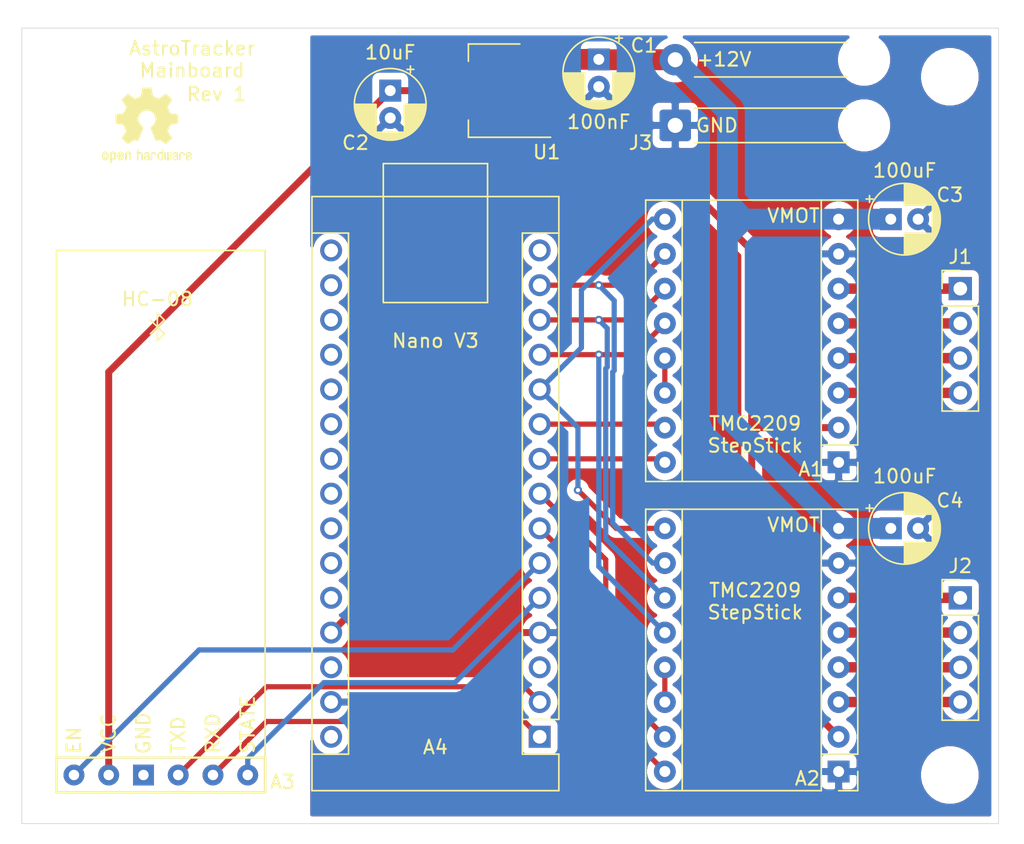
<source format=kicad_pcb>
(kicad_pcb (version 20171130) (host pcbnew "(5.1.6)-1")
  (layers (0 F.Cu signal) (31 B.Cu signal) (34 B.Paste user) (35 F.Paste user) (36 B.SilkS user) (37 F.SilkS user) (38 B.Mask user) (39 F.Mask user) (44 Edge.Cuts user))
  (net 0 "")
  (net 1 GND)
  (net 2 +5V)
  (net 3 MS1)
  (net 4 "Net-(A1-Pad3)")
  (net 5 MS2)
  (net 6 "Net-(A1-Pad4)")
  (net 7 MS3)
  (net 8 "Net-(A1-Pad5)")
  (net 9 "Net-(A1-Pad13)")
  (net 10 "Net-(A1-Pad6)")
  (net 11 M1STEP)
  (net 12 +12V)
  (net 13 M1DIR)
  (net 14 M2DIR)
  (net 15 M2STEP)
  (net 16 "Net-(A2-Pad13)")
  (net 17 "Net-(A2-Pad6)")
  (net 18 "Net-(A2-Pad5)")
  (net 19 "Net-(A2-Pad4)")
  (net 20 "Net-(A2-Pad3)")
  (net 21 "Net-(A4-Pad17)")
  (net 22 "Net-(A4-Pad18)")
  (net 23 "Net-(A4-Pad3)")
  (net 24 "Net-(A4-Pad19)")
  (net 25 "Net-(A4-Pad20)")
  (net 26 "Net-(A4-Pad21)")
  (net 27 "Net-(A4-Pad22)")
  (net 28 "Net-(A4-Pad23)")
  (net 29 "Net-(A4-Pad24)")
  (net 30 "Net-(A4-Pad25)")
  (net 31 "Net-(A4-Pad26)")
  (net 32 "Net-(A4-Pad28)")
  (net 33 "Net-(A4-Pad30)")
  (net 34 "Net-(A4-Pad16)")
  (net 35 MOT_EN)
  (net 36 "Net-(A3-Pad6)")
  (net 37 "Net-(A3-Pad1)")
  (net 38 "Net-(A3-Pad2)")
  (net 39 "Net-(A3-Pad3)")
  (net 40 "Net-(A4-Pad15)")
  (module MountingHole:MountingHole_3.2mm_M3 (layer F.Cu) (at 208.534 112.268)
    (fp_text reference H4 hide)
    (fp_text value MountingHole)
    (pad 1 np_thru_hole circle (at 0 0) (size 3.2 3.2) (drill 3.2) (layers *.Cu *.Mask))
  )
  (module MountingHole:MountingHole_3.2mm_M3 (layer F.Cu) (at 208.534 61.214)
    (fp_text reference H3 hide)
    (fp_text value MountingHole)
    (pad 1 np_thru_hole circle (at 0 0) (size 3.2 3.2) (drill 3.2) (layers *.Cu *.Mask))
  )
  (module MountingHole:MountingHole_3.2mm_M3 (layer F.Cu) (at 150.876 96.266)
    (fp_text reference H2 hide)
    (fp_text value MountingHole)
    (pad 1 np_thru_hole circle (at 0 0) (size 3.2 3.2) (drill 3.2) (layers *.Cu *.Mask))
  )
  (module MountingHole:MountingHole_3.2mm_M3 (layer F.Cu) (at 144.272 61.214)
    (fp_text reference H1 hide)
    (fp_text value MountingHole)
    (pad 1 np_thru_hole circle (at 0 0) (size 3.2 3.2) (drill 3.2) (layers *.Cu *.Mask))
  )
  (module Connector_PinHeader_2.54mm:PinHeader_1x04_P2.54mm_Vertical (layer F.Cu) (at 209.296 99.314)
    (fp_text reference J2 (at 0 -2.33) (layer F.SilkS))
    (fp_text value Conn_01x04)
    (pad 4 thru_hole oval (at 0 7.62) (size 1.7 1.7) (drill 1) (layers *.Cu *.Mask) (net 20 "Net-(A2-Pad3)"))
    (pad 3 thru_hole oval (at 0 5.08) (size 1.7 1.7) (drill 1) (layers *.Cu *.Mask) (net 19 "Net-(A2-Pad4)"))
    (pad 2 thru_hole oval (at 0 2.54) (size 1.7 1.7) (drill 1) (layers *.Cu *.Mask) (net 18 "Net-(A2-Pad5)"))
    (pad 1 thru_hole rect (at 0 0) (size 1.7 1.7) (drill 1) (layers *.Cu *.Mask) (net 17 "Net-(A2-Pad6)"))
  )
  (module Connector_PinHeader_2.54mm:PinHeader_1x04_P2.54mm_Vertical (layer F.Cu) (at 209.296 76.708)
    (fp_text reference J1 (at 0 -2.33) (layer F.SilkS))
    (fp_text value Conn_01x04)
    (pad 4 thru_hole oval (at 0 7.62) (size 1.7 1.7) (drill 1) (layers *.Cu *.Mask) (net 4 "Net-(A1-Pad3)"))
    (pad 3 thru_hole oval (at 0 5.08) (size 1.7 1.7) (drill 1) (layers *.Cu *.Mask) (net 6 "Net-(A1-Pad4)"))
    (pad 2 thru_hole oval (at 0 2.54) (size 1.7 1.7) (drill 1) (layers *.Cu *.Mask) (net 8 "Net-(A1-Pad5)"))
    (pad 1 thru_hole rect (at 0 0) (size 1.7 1.7) (drill 1) (layers *.Cu *.Mask) (net 10 "Net-(A1-Pad6)"))
  )
  (module Symbol:OSHW-Logo2_7.3x6mm_SilkScreen (layer F.Cu) (at 149.86 64.77)
    (fp_text reference REF** hide)
    (fp_text value OSHW-Logo2_7.3x6mm_SilkScreen hide)
  )
  (module Module:Pololu_Breakout-16_15.2x20.3mm (layer F.Cu) (at 200.406 89.408 180)
    (fp_text reference A1 (at 2.032 -0.508) (layer F.SilkS))
    (fp_text value Pololu_Breakout_A4988)
    (pad 1 thru_hole rect (at 0 0 180) (size 1.6 1.6) (drill 0.8) (layers *.Cu *.Mask) (net 1 GND))
    (pad 9 thru_hole oval (at 12.7 17.78 180) (size 1.6 1.6) (drill 0.8) (layers *.Cu *.Mask) (net 35 MOT_EN))
    (pad 2 thru_hole oval (at 0 2.54 180) (size 1.6 1.6) (drill 0.8) (layers *.Cu *.Mask) (net 2 +5V))
    (pad 10 thru_hole oval (at 12.7 15.24 180) (size 1.6 1.6) (drill 0.8) (layers *.Cu *.Mask) (net 3 MS1))
    (pad 3 thru_hole oval (at 0 5.08 180) (size 1.6 1.6) (drill 0.8) (layers *.Cu *.Mask) (net 4 "Net-(A1-Pad3)"))
    (pad 11 thru_hole oval (at 12.7 12.7 180) (size 1.6 1.6) (drill 0.8) (layers *.Cu *.Mask) (net 5 MS2))
    (pad 4 thru_hole oval (at 0 7.62 180) (size 1.6 1.6) (drill 0.8) (layers *.Cu *.Mask) (net 6 "Net-(A1-Pad4)"))
    (pad 12 thru_hole oval (at 12.7 10.16 180) (size 1.6 1.6) (drill 0.8) (layers *.Cu *.Mask) (net 7 MS3))
    (pad 5 thru_hole oval (at 0 10.16 180) (size 1.6 1.6) (drill 0.8) (layers *.Cu *.Mask) (net 8 "Net-(A1-Pad5)"))
    (pad 13 thru_hole oval (at 12.7 7.62 180) (size 1.6 1.6) (drill 0.8) (layers *.Cu *.Mask) (net 9 "Net-(A1-Pad13)"))
    (pad 6 thru_hole oval (at 0 12.7 180) (size 1.6 1.6) (drill 0.8) (layers *.Cu *.Mask) (net 10 "Net-(A1-Pad6)"))
    (pad 14 thru_hole oval (at 12.7 5.08 180) (size 1.6 1.6) (drill 0.8) (layers *.Cu *.Mask) (net 9 "Net-(A1-Pad13)"))
    (pad 7 thru_hole oval (at 0 15.24 180) (size 1.6 1.6) (drill 0.8) (layers *.Cu *.Mask) (net 1 GND))
    (pad 15 thru_hole oval (at 12.7 2.54 180) (size 1.6 1.6) (drill 0.8) (layers *.Cu *.Mask) (net 11 M1STEP))
    (pad 8 thru_hole oval (at 0 17.78 180) (size 1.6 1.6) (drill 0.8) (layers *.Cu *.Mask) (net 12 +12V))
    (pad 16 thru_hole oval (at 12.7 0 180) (size 1.6 1.6) (drill 0.8) (layers *.Cu *.Mask) (net 13 M1DIR))
  )
  (module Module:Pololu_Breakout-16_15.2x20.3mm (layer F.Cu) (at 200.406 112.014 180)
    (fp_text reference A2 (at 2.286 -0.508) (layer F.SilkS))
    (fp_text value Pololu_Breakout_A4988)
    (pad 16 thru_hole oval (at 12.7 0 180) (size 1.6 1.6) (drill 0.8) (layers *.Cu *.Mask) (net 14 M2DIR))
    (pad 8 thru_hole oval (at 0 17.78 180) (size 1.6 1.6) (drill 0.8) (layers *.Cu *.Mask) (net 12 +12V))
    (pad 15 thru_hole oval (at 12.7 2.54 180) (size 1.6 1.6) (drill 0.8) (layers *.Cu *.Mask) (net 15 M2STEP))
    (pad 7 thru_hole oval (at 0 15.24 180) (size 1.6 1.6) (drill 0.8) (layers *.Cu *.Mask) (net 1 GND))
    (pad 14 thru_hole oval (at 12.7 5.08 180) (size 1.6 1.6) (drill 0.8) (layers *.Cu *.Mask) (net 16 "Net-(A2-Pad13)"))
    (pad 6 thru_hole oval (at 0 12.7 180) (size 1.6 1.6) (drill 0.8) (layers *.Cu *.Mask) (net 17 "Net-(A2-Pad6)"))
    (pad 13 thru_hole oval (at 12.7 7.62 180) (size 1.6 1.6) (drill 0.8) (layers *.Cu *.Mask) (net 16 "Net-(A2-Pad13)"))
    (pad 5 thru_hole oval (at 0 10.16 180) (size 1.6 1.6) (drill 0.8) (layers *.Cu *.Mask) (net 18 "Net-(A2-Pad5)"))
    (pad 12 thru_hole oval (at 12.7 10.16 180) (size 1.6 1.6) (drill 0.8) (layers *.Cu *.Mask) (net 7 MS3))
    (pad 4 thru_hole oval (at 0 7.62 180) (size 1.6 1.6) (drill 0.8) (layers *.Cu *.Mask) (net 19 "Net-(A2-Pad4)"))
    (pad 11 thru_hole oval (at 12.7 12.7 180) (size 1.6 1.6) (drill 0.8) (layers *.Cu *.Mask) (net 5 MS2))
    (pad 3 thru_hole oval (at 0 5.08 180) (size 1.6 1.6) (drill 0.8) (layers *.Cu *.Mask) (net 20 "Net-(A2-Pad3)"))
    (pad 10 thru_hole oval (at 12.7 15.24 180) (size 1.6 1.6) (drill 0.8) (layers *.Cu *.Mask) (net 3 MS1))
    (pad 2 thru_hole oval (at 0 2.54 180) (size 1.6 1.6) (drill 0.8) (layers *.Cu *.Mask) (net 2 +5V))
    (pad 9 thru_hole oval (at 12.7 17.78 180) (size 1.6 1.6) (drill 0.8) (layers *.Cu *.Mask) (net 35 MOT_EN))
    (pad 1 thru_hole rect (at 0 0 180) (size 1.6 1.6) (drill 0.8) (layers *.Cu *.Mask) (net 1 GND))
  )
  (module Astrotracker_Mainboard:HC08-Breakout (layer F.Cu) (at 150.876 112.268 180)
    (fp_text reference A3 (at -8.89 -0.508 180) (layer F.SilkS))
    (fp_text value HC-08)
    (fp_text user STATE (at -6.35 3.683 90) (layer F.SilkS))
    (fp_text user RXD (at -3.81 3.048 270) (layer F.SilkS))
    (fp_text user TXD (at -1.27 2.921 90) (layer F.SilkS))
    (fp_text user GND (at 1.27 3.048 90) (layer F.SilkS))
    (fp_text user VCC (at 3.81 3.048 90) (layer F.SilkS))
    (fp_text user EN (at 6.35 2.54 90) (layer F.SilkS))
    (pad 6 thru_hole circle (at 6.35 0 180) (size 1.524 1.524) (drill 0.762) (layers *.Cu *.Mask) (net 36 "Net-(A3-Pad6)"))
    (pad 1 thru_hole circle (at -6.35 0 180) (size 1.524 1.524) (drill 0.762) (layers *.Cu *.Mask) (net 37 "Net-(A3-Pad1)"))
    (pad 5 thru_hole circle (at 3.81 0 180) (size 1.524 1.524) (drill 0.762) (layers *.Cu *.Mask) (net 2 +5V))
    (pad 2 thru_hole circle (at -3.81 0 180) (size 1.524 1.524) (drill 0.762) (layers *.Cu *.Mask) (net 38 "Net-(A3-Pad2)"))
    (pad 4 thru_hole rect (at 1.27 0 180) (size 1.524 1.524) (drill 0.762) (layers *.Cu *.Mask) (net 1 GND))
    (pad 3 thru_hole circle (at -1.27 0 180) (size 1.524 1.524) (drill 0.762) (layers *.Cu *.Mask) (net 39 "Net-(A3-Pad3)"))
  )
  (module Module:Arduino_Nano (layer F.Cu) (at 178.562 109.474 180)
    (fp_text reference A4 (at 7.62 -0.762 180) (layer F.SilkS))
    (fp_text value Arduino_Nano_v3.x)
    (pad 1 thru_hole rect (at 0 0 180) (size 1.6 1.6) (drill 1) (layers *.Cu *.Mask) (net 38 "Net-(A3-Pad2)"))
    (pad 17 thru_hole oval (at 15.24 33.02 180) (size 1.6 1.6) (drill 1) (layers *.Cu *.Mask) (net 21 "Net-(A4-Pad17)"))
    (pad 2 thru_hole oval (at 0 2.54 180) (size 1.6 1.6) (drill 1) (layers *.Cu *.Mask) (net 39 "Net-(A3-Pad3)"))
    (pad 18 thru_hole oval (at 15.24 30.48 180) (size 1.6 1.6) (drill 1) (layers *.Cu *.Mask) (net 22 "Net-(A4-Pad18)"))
    (pad 3 thru_hole oval (at 0 5.08 180) (size 1.6 1.6) (drill 1) (layers *.Cu *.Mask) (net 23 "Net-(A4-Pad3)"))
    (pad 19 thru_hole oval (at 15.24 27.94 180) (size 1.6 1.6) (drill 1) (layers *.Cu *.Mask) (net 24 "Net-(A4-Pad19)"))
    (pad 4 thru_hole oval (at 0 7.62 180) (size 1.6 1.6) (drill 1) (layers *.Cu *.Mask) (net 1 GND))
    (pad 20 thru_hole oval (at 15.24 25.4 180) (size 1.6 1.6) (drill 1) (layers *.Cu *.Mask) (net 25 "Net-(A4-Pad20)"))
    (pad 5 thru_hole oval (at 0 10.16 180) (size 1.6 1.6) (drill 1) (layers *.Cu *.Mask) (net 37 "Net-(A3-Pad1)"))
    (pad 21 thru_hole oval (at 15.24 22.86 180) (size 1.6 1.6) (drill 1) (layers *.Cu *.Mask) (net 26 "Net-(A4-Pad21)"))
    (pad 6 thru_hole oval (at 0 12.7 180) (size 1.6 1.6) (drill 1) (layers *.Cu *.Mask) (net 36 "Net-(A3-Pad6)"))
    (pad 22 thru_hole oval (at 15.24 20.32 180) (size 1.6 1.6) (drill 1) (layers *.Cu *.Mask) (net 27 "Net-(A4-Pad22)"))
    (pad 7 thru_hole oval (at 0 15.24 180) (size 1.6 1.6) (drill 1) (layers *.Cu *.Mask) (net 14 M2DIR))
    (pad 23 thru_hole oval (at 15.24 17.78 180) (size 1.6 1.6) (drill 1) (layers *.Cu *.Mask) (net 28 "Net-(A4-Pad23)"))
    (pad 8 thru_hole oval (at 0 17.78 180) (size 1.6 1.6) (drill 1) (layers *.Cu *.Mask) (net 15 M2STEP))
    (pad 24 thru_hole oval (at 15.24 15.24 180) (size 1.6 1.6) (drill 1) (layers *.Cu *.Mask) (net 29 "Net-(A4-Pad24)"))
    (pad 9 thru_hole oval (at 0 20.32 180) (size 1.6 1.6) (drill 1) (layers *.Cu *.Mask) (net 13 M1DIR))
    (pad 25 thru_hole oval (at 15.24 12.7 180) (size 1.6 1.6) (drill 1) (layers *.Cu *.Mask) (net 30 "Net-(A4-Pad25)"))
    (pad 10 thru_hole oval (at 0 22.86 180) (size 1.6 1.6) (drill 1) (layers *.Cu *.Mask) (net 11 M1STEP))
    (pad 26 thru_hole oval (at 15.24 10.16 180) (size 1.6 1.6) (drill 1) (layers *.Cu *.Mask) (net 31 "Net-(A4-Pad26)"))
    (pad 11 thru_hole oval (at 0 25.4 180) (size 1.6 1.6) (drill 1) (layers *.Cu *.Mask) (net 35 MOT_EN))
    (pad 27 thru_hole oval (at 15.24 7.62 180) (size 1.6 1.6) (drill 1) (layers *.Cu *.Mask) (net 2 +5V))
    (pad 12 thru_hole oval (at 0 27.94 180) (size 1.6 1.6) (drill 1) (layers *.Cu *.Mask) (net 7 MS3))
    (pad 28 thru_hole oval (at 15.24 5.08 180) (size 1.6 1.6) (drill 1) (layers *.Cu *.Mask) (net 32 "Net-(A4-Pad28)"))
    (pad 13 thru_hole oval (at 0 30.48 180) (size 1.6 1.6) (drill 1) (layers *.Cu *.Mask) (net 5 MS2))
    (pad 29 thru_hole oval (at 15.24 2.54 180) (size 1.6 1.6) (drill 1) (layers *.Cu *.Mask) (net 1 GND))
    (pad 14 thru_hole oval (at 0 33.02 180) (size 1.6 1.6) (drill 1) (layers *.Cu *.Mask) (net 3 MS1))
    (pad 30 thru_hole oval (at 15.24 0 180) (size 1.6 1.6) (drill 1) (layers *.Cu *.Mask) (net 33 "Net-(A4-Pad30)"))
    (pad 15 thru_hole oval (at 0 35.56 180) (size 1.6 1.6) (drill 1) (layers *.Cu *.Mask) (net 40 "Net-(A4-Pad15)"))
    (pad 16 thru_hole oval (at 15.24 35.56 180) (size 1.6 1.6) (drill 1) (layers *.Cu *.Mask) (net 34 "Net-(A4-Pad16)"))
  )
  (module Capacitor_THT:CP_Radial_D5.0mm_P2.00mm (layer F.Cu) (at 182.88 59.944 270)
    (fp_text reference C1 (at -1.016 -3.302 180) (layer F.SilkS))
    (fp_text value 100nF)
    (pad 1 thru_hole rect (at 0 0 270) (size 1.6 1.6) (drill 0.8) (layers *.Cu *.Mask) (net 12 +12V))
    (pad 2 thru_hole circle (at 2 0 270) (size 1.6 1.6) (drill 0.8) (layers *.Cu *.Mask) (net 1 GND))
  )
  (module Capacitor_THT:CP_Radial_D5.0mm_P2.00mm (layer F.Cu) (at 167.64 62.23 270)
    (fp_text reference C2 (at 3.81 2.54 180) (layer F.SilkS))
    (fp_text value 10uF)
    (pad 2 thru_hole circle (at 2 0 270) (size 1.6 1.6) (drill 0.8) (layers *.Cu *.Mask) (net 1 GND))
    (pad 1 thru_hole rect (at 0 0 270) (size 1.6 1.6) (drill 0.8) (layers *.Cu *.Mask) (net 2 +5V))
  )
  (module Capacitor_THT:CP_Radial_D5.0mm_P2.00mm (layer F.Cu) (at 204.216 71.628)
    (fp_text reference C3 (at 4.318 -1.778 180) (layer F.SilkS))
    (fp_text value 100uF)
    (pad 1 thru_hole rect (at 0 0) (size 1.6 1.6) (drill 0.8) (layers *.Cu *.Mask) (net 12 +12V))
    (pad 2 thru_hole circle (at 2 0) (size 1.6 1.6) (drill 0.8) (layers *.Cu *.Mask) (net 1 GND))
  )
  (module Capacitor_THT:CP_Radial_D5.0mm_P2.00mm (layer F.Cu) (at 204.216 94.234)
    (fp_text reference C4 (at 4.318 -2.032 180) (layer F.SilkS))
    (fp_text value 100uF)
    (pad 2 thru_hole circle (at 2 0) (size 1.6 1.6) (drill 0.8) (layers *.Cu *.Mask) (net 1 GND))
    (pad 1 thru_hole rect (at 0 0) (size 1.6 1.6) (drill 0.8) (layers *.Cu *.Mask) (net 12 +12V))
  )
  (module Package_TO_SOT_SMD:SOT-223-3_TabPin2 (layer F.Cu) (at 175.26 62.23 180)
    (fp_text reference U1 (at -3.81 -4.5) (layer F.SilkS))
    (fp_text value LD1117S50TR_SOT223)
    (pad 2 smd rect (at 3.15 0 180) (size 2 3.8) (layers F.Cu F.Paste F.Mask) (net 2 +5V))
    (pad 2 smd rect (at -3.15 0 180) (size 2 1.5) (layers F.Cu F.Paste F.Mask) (net 2 +5V))
    (pad 3 smd rect (at -3.15 2.3 180) (size 2 1.5) (layers F.Cu F.Paste F.Mask) (net 12 +12V))
    (pad 1 smd rect (at -3.15 -2.3 180) (size 2 1.5) (layers F.Cu F.Paste F.Mask) (net 1 GND))
  )
  (module Connector_Wire:SolderWire-0.5sqmm_1x02_P4.8mm_D0.9mm_OD2.3mm_Relief (layer F.Cu) (at 188.468 64.77 90)
    (fp_text reference J3 (at -1.27 -2.54) (layer F.SilkS))
    (fp_text value Conn_01x02_Male)
    (pad 1 thru_hole roundrect (at 0 0 90) (size 2.3 2.3) (drill 1.1) (layers *.Cu *.Mask) (roundrect_rratio 0.108696) (net 1 GND))
    (pad 2 thru_hole circle (at 4.8 0 90) (size 2.3 2.3) (drill 1.1) (layers *.Cu *.Mask) (net 12 +12V))
    (pad "" np_thru_hole circle (at 0 13.8 90) (size 2.8 2.8) (drill 2.8) (layers *.Cu *.Mask))
    (pad "" np_thru_hole circle (at 4.8 13.8 90) (size 2.8 2.8) (drill 2.8) (layers *.Cu *.Mask))
  )
  (gr_text 100uF (at 205.232 90.424) (layer F.SilkS) (effects (font (size 1 1))))
  (gr_text 100uF (at 205.232 68.072) (layer F.SilkS) (effects (font (size 1 1))))
  (gr_text 100nF (at 182.88 64.516) (layer F.SilkS) (effects (font (size 1 1))))
  (gr_text 10uF (at 167.64 59.436) (layer F.SilkS) (effects (font (size 1 1))))
  (gr_text "Rev 1" (at 154.94 62.484) (layer F.SilkS) (effects (font (size 1 1))))
  (gr_text "AstroTracker\nMainboard" (at 153.162 59.944) (layer F.SilkS) (effects (font (size 1 1))))
  (gr_text VMOT (at 197.104 71.374) (layer F.SilkS) (effects (font (size 1 1))))
  (gr_text VMOT (at 197.104 93.98) (layer F.SilkS) (effects (font (size 1 1))))
  (gr_text "TMC2209\nStepStick" (at 194.31 87.376) (layer F.SilkS) (effects (font (size 1 1))))
  (gr_text "TMC2209\nStepStick" (at 194.31 99.568) (layer F.SilkS) (effects (font (size 1 1))))
  (gr_line (start 167.132 67.564) (end 167.132 77.724) (layer F.SilkS) (width 0.12))
  (gr_line (start 174.752 67.564) (end 167.132 67.564) (layer F.SilkS) (width 0.12))
  (gr_line (start 174.752 77.724) (end 174.752 67.564) (layer F.SilkS) (width 0.12))
  (gr_line (start 167.132 77.724) (end 174.752 77.724) (layer F.SilkS) (width 0.12))
  (gr_text "Nano V3" (at 170.942 80.518) (layer F.SilkS) (effects (font (size 1 1))))
  (gr_text HC-08 (at 150.622 77.47) (layer F.SilkS) (effects (font (size 1 1))))
  (gr_line (start 150.622 79.502) (end 150.114 80.01) (layer F.SilkS) (width 0.12))
  (gr_line (start 150.114 78.994) (end 150.622 79.502) (layer F.SilkS) (width 0.12))
  (gr_line (start 151.13 80.01) (end 150.622 80.518) (layer F.SilkS) (width 0.12))
  (gr_line (start 150.622 79.502) (end 151.13 80.01) (layer F.SilkS) (width 0.12))
  (gr_line (start 151.13 78.994) (end 150.622 78.486) (layer F.SilkS) (width 0.12))
  (gr_line (start 150.622 79.502) (end 151.13 78.994) (layer F.SilkS) (width 0.12))
  (gr_line (start 150.622 78.486) (end 150.622 80.518) (layer F.SilkS) (width 0.12))
  (gr_text GND (at 191.516 64.77) (layer F.SilkS) (effects (font (size 1 1))))
  (gr_text +12V (at 192.024 59.944) (layer F.SilkS) (effects (font (size 1 1))))
  (gr_line (start 140.716 57.658) (end 140.716 115.824) (layer Edge.Cuts) (width 0.05))
  (gr_line (start 212.09 57.658) (end 140.716 57.658) (layer Edge.Cuts) (width 0.05))
  (gr_line (start 212.09 115.824) (end 212.09 57.658) (layer Edge.Cuts) (width 0.05))
  (gr_line (start 140.716 115.824) (end 212.09 115.824) (layer Edge.Cuts) (width 0.05))
  (gr_line (start 158.496 73.914) (end 158.496 110.998) (layer F.SilkS) (width 0.12))
  (gr_line (start 143.256 73.914) (end 158.496 73.914) (layer F.SilkS) (width 0.12))
  (gr_line (start 143.256 110.998) (end 143.256 73.914) (layer F.SilkS) (width 0.12))
  (segment (start 178.41 62.23) (end 172.11 62.23) (width 0.508) (layer F.Cu) (net 2))
  (segment (start 172.11 62.23) (end 167.64 62.23) (width 0.508) (layer F.Cu) (net 2))
  (segment (start 147.066 82.804) (end 147.066 112.268) (width 0.508) (layer F.Cu) (net 2))
  (segment (start 167.64 62.23) (end 147.066 82.804) (width 0.508) (layer F.Cu) (net 2))
  (segment (start 172.11 93.066) (end 163.322 101.854) (width 0.508) (layer F.Cu) (net 2))
  (segment (start 172.11 62.23) (end 172.11 93.066) (width 0.508) (layer F.Cu) (net 2))
  (segment (start 194.056 103.124) (end 200.406 109.474) (width 0.508) (layer F.Cu) (net 2))
  (segment (start 178.545802 62.23) (end 184.641802 68.326) (width 0.508) (layer F.Cu) (net 2))
  (segment (start 178.41 62.23) (end 178.545802 62.23) (width 0.508) (layer F.Cu) (net 2))
  (segment (start 184.641802 68.326) (end 188.468 68.326) (width 0.508) (layer F.Cu) (net 2))
  (segment (start 188.468 68.326) (end 194.056 73.914) (width 0.508) (layer F.Cu) (net 2))
  (segment (start 194.564 86.868) (end 194.056 86.868) (width 0.508) (layer F.Cu) (net 2))
  (segment (start 194.056 86.36) (end 194.564 86.868) (width 0.508) (layer F.Cu) (net 2))
  (segment (start 200.406 86.868) (end 194.564 86.868) (width 0.508) (layer F.Cu) (net 2))
  (segment (start 194.056 86.36) (end 194.056 86.868) (width 0.508) (layer F.Cu) (net 2))
  (segment (start 194.056 73.914) (end 194.056 86.36) (width 0.508) (layer F.Cu) (net 2))
  (segment (start 194.056 86.868) (end 194.056 87.376) (width 0.508) (layer F.Cu) (net 2))
  (segment (start 194.564 86.868) (end 194.056 87.376) (width 0.508) (layer F.Cu) (net 2))
  (segment (start 194.056 87.376) (end 194.056 103.124) (width 0.508) (layer F.Cu) (net 2))
  (segment (start 185.42 76.454) (end 187.706 74.168) (width 0.381) (layer F.Cu) (net 3))
  (segment (start 178.562 76.454) (end 182.88 76.454) (width 0.381) (layer F.Cu) (net 3))
  (segment (start 182.88 76.454) (end 185.42 76.454) (width 0.381) (layer F.Cu) (net 3))
  (via (at 182.88 76.454) (size 0.6) (drill 0.3) (layers F.Cu B.Cu) (net 3))
  (segment (start 184.00551 82.69449) (end 183.89602 82.80398) (width 0.381) (layer B.Cu) (net 3))
  (segment (start 182.88 76.454) (end 184.00551 77.57951) (width 0.381) (layer B.Cu) (net 3))
  (segment (start 184.00551 77.57951) (end 184.00551 82.69449) (width 0.381) (layer B.Cu) (net 3))
  (segment (start 186.819902 96.774) (end 187.706 96.774) (width 0.381) (layer B.Cu) (net 3))
  (segment (start 183.89602 93.850118) (end 186.819902 96.774) (width 0.381) (layer B.Cu) (net 3))
  (segment (start 183.89602 82.80398) (end 183.89602 93.850118) (width 0.381) (layer B.Cu) (net 3))
  (segment (start 200.406 84.328) (end 209.296 84.328) (width 0.762) (layer F.Cu) (net 4))
  (segment (start 185.42 78.994) (end 187.706 76.708) (width 0.381) (layer F.Cu) (net 5))
  (segment (start 178.562 78.994) (end 182.88 78.994) (width 0.381) (layer F.Cu) (net 5))
  (segment (start 182.88 78.994) (end 185.42 78.994) (width 0.381) (layer F.Cu) (net 5))
  (via (at 182.88 78.994) (size 0.6) (drill 0.3) (layers F.Cu B.Cu) (net 5))
  (segment (start 182.88 78.994) (end 183.497501 79.611501) (width 0.381) (layer B.Cu) (net 5))
  (segment (start 183.497501 82.440499) (end 183.38801 82.54999) (width 0.381) (layer B.Cu) (net 5))
  (segment (start 183.497501 79.611501) (end 183.497501 82.440499) (width 0.381) (layer B.Cu) (net 5))
  (segment (start 183.38801 94.99601) (end 187.706 99.314) (width 0.381) (layer B.Cu) (net 5))
  (segment (start 183.38801 82.54999) (end 183.38801 94.99601) (width 0.381) (layer B.Cu) (net 5))
  (segment (start 200.406 81.788) (end 209.296 81.788) (width 0.762) (layer F.Cu) (net 6))
  (segment (start 185.42 81.534) (end 187.706 79.248) (width 0.381) (layer F.Cu) (net 7))
  (segment (start 178.562 81.534) (end 182.88 81.534) (width 0.381) (layer F.Cu) (net 7))
  (segment (start 182.88 81.534) (end 185.42 81.534) (width 0.381) (layer F.Cu) (net 7))
  (via (at 182.88 81.534) (size 0.6) (drill 0.3) (layers F.Cu B.Cu) (net 7))
  (segment (start 182.88 97.028) (end 187.706 101.854) (width 0.381) (layer B.Cu) (net 7))
  (segment (start 182.88 81.534) (end 182.88 97.028) (width 0.381) (layer B.Cu) (net 7))
  (segment (start 200.406 79.248) (end 209.296 79.248) (width 0.762) (layer F.Cu) (net 8))
  (segment (start 187.706 84.328) (end 187.706 81.788) (width 0.381) (layer F.Cu) (net 9))
  (segment (start 200.406 76.708) (end 209.296 76.708) (width 0.762) (layer F.Cu) (net 10))
  (segment (start 187.452 86.614) (end 187.706 86.868) (width 0.381) (layer F.Cu) (net 11))
  (segment (start 178.562 86.614) (end 187.452 86.614) (width 0.381) (layer F.Cu) (net 11))
  (segment (start 182.906 59.97) (end 182.88 59.944) (width 1.524) (layer F.Cu) (net 12))
  (segment (start 188.468 59.97) (end 182.906 59.97) (width 1.524) (layer F.Cu) (net 12))
  (segment (start 178.424 59.944) (end 178.41 59.93) (width 1.524) (layer F.Cu) (net 12))
  (segment (start 182.88 59.944) (end 178.424 59.944) (width 1.524) (layer F.Cu) (net 12))
  (segment (start 188.468 59.97) (end 192.278 63.78) (width 1.524) (layer B.Cu) (net 12))
  (segment (start 192.278 86.106) (end 200.406 94.234) (width 1.524) (layer B.Cu) (net 12))
  (segment (start 200.406 94.234) (end 204.216 94.234) (width 1.524) (layer B.Cu) (net 12))
  (segment (start 200.406 71.628) (end 204.216 71.628) (width 1.524) (layer B.Cu) (net 12))
  (segment (start 192.532 70.612) (end 193.548 71.628) (width 1.524) (layer B.Cu) (net 12))
  (segment (start 192.278 63.78) (end 192.278 70.612) (width 1.524) (layer B.Cu) (net 12))
  (segment (start 192.278 70.612) (end 192.278 71.628) (width 1.524) (layer B.Cu) (net 12))
  (segment (start 192.278 70.612) (end 192.532 70.612) (width 1.524) (layer B.Cu) (net 12))
  (segment (start 200.406 71.628) (end 193.548 71.628) (width 1.524) (layer B.Cu) (net 12))
  (segment (start 193.548 71.628) (end 192.278 71.628) (width 1.524) (layer B.Cu) (net 12))
  (segment (start 193.548 71.628) (end 192.278 72.898) (width 1.524) (layer B.Cu) (net 12))
  (segment (start 192.278 71.628) (end 192.278 72.898) (width 1.524) (layer B.Cu) (net 12))
  (segment (start 192.278 72.898) (end 192.278 86.106) (width 1.524) (layer B.Cu) (net 12))
  (segment (start 187.452 89.154) (end 187.706 89.408) (width 0.381) (layer F.Cu) (net 13))
  (segment (start 178.562 89.154) (end 187.452 89.154) (width 0.381) (layer F.Cu) (net 13))
  (segment (start 178.562 94.234) (end 182.88 98.552) (width 0.381) (layer F.Cu) (net 14))
  (segment (start 182.88 107.188) (end 187.706 112.014) (width 0.381) (layer F.Cu) (net 14))
  (segment (start 182.88 98.552) (end 182.88 107.188) (width 0.381) (layer F.Cu) (net 14))
  (segment (start 178.562 91.694) (end 183.38801 96.52001) (width 0.381) (layer F.Cu) (net 15))
  (segment (start 183.38801 105.15601) (end 187.706 109.474) (width 0.381) (layer F.Cu) (net 15))
  (segment (start 183.38801 96.52001) (end 183.38801 105.15601) (width 0.381) (layer F.Cu) (net 15))
  (segment (start 187.706 106.934) (end 187.706 104.394) (width 0.381) (layer F.Cu) (net 16))
  (segment (start 200.406 99.314) (end 209.296 99.314) (width 0.762) (layer F.Cu) (net 17))
  (segment (start 200.406 101.854) (end 209.296 101.854) (width 0.762) (layer F.Cu) (net 18))
  (segment (start 200.406 104.394) (end 209.296 104.394) (width 0.762) (layer F.Cu) (net 19))
  (segment (start 200.406 106.934) (end 209.296 106.934) (width 0.762) (layer F.Cu) (net 20))
  (segment (start 178.562 84.074) (end 181.61 81.026) (width 0.381) (layer B.Cu) (net 35))
  (segment (start 186.792098 71.628) (end 187.706 71.628) (width 0.381) (layer B.Cu) (net 35))
  (segment (start 181.61 76.810098) (end 186.792098 71.628) (width 0.381) (layer B.Cu) (net 35))
  (segment (start 181.61 81.026) (end 181.61 76.810098) (width 0.381) (layer B.Cu) (net 35))
  (via (at 181.356 91.44) (size 0.6) (drill 0.3) (layers F.Cu B.Cu) (net 35))
  (segment (start 178.562 84.074) (end 181.356 86.868) (width 0.381) (layer B.Cu) (net 35))
  (segment (start 181.356 86.868) (end 181.356 91.44) (width 0.381) (layer B.Cu) (net 35))
  (segment (start 181.356 91.44) (end 184.15 94.234) (width 0.381) (layer F.Cu) (net 35))
  (segment (start 184.15 94.234) (end 187.706 94.234) (width 0.381) (layer F.Cu) (net 35))
  (segment (start 172.212 103.124) (end 178.562 96.774) (width 0.381) (layer B.Cu) (net 36))
  (segment (start 144.526 112.268) (end 153.67 103.124) (width 0.381) (layer B.Cu) (net 36))
  (segment (start 153.67 103.124) (end 172.212 103.124) (width 0.381) (layer B.Cu) (net 36))
  (segment (start 172.364499 105.511501) (end 178.562 99.314) (width 0.381) (layer B.Cu) (net 37))
  (segment (start 162.785599 105.511501) (end 172.364499 105.511501) (width 0.381) (layer B.Cu) (net 37))
  (segment (start 157.226 111.0711) (end 162.785599 105.511501) (width 0.381) (layer B.Cu) (net 37))
  (segment (start 157.226 112.268) (end 157.226 111.0711) (width 0.381) (layer B.Cu) (net 37))
  (segment (start 177.444499 108.356499) (end 178.562 109.474) (width 0.381) (layer F.Cu) (net 38))
  (segment (start 158.597501 108.356499) (end 177.444499 108.356499) (width 0.381) (layer F.Cu) (net 38))
  (segment (start 154.686 112.268) (end 158.597501 108.356499) (width 0.381) (layer F.Cu) (net 38))
  (segment (start 177.444499 105.816499) (end 178.562 106.934) (width 0.381) (layer F.Cu) (net 39))
  (segment (start 158.597501 105.816499) (end 177.444499 105.816499) (width 0.381) (layer F.Cu) (net 39))
  (segment (start 152.146 112.268) (end 158.597501 105.816499) (width 0.381) (layer F.Cu) (net 39))
  (zone (net 1) (net_name GND) (layer F.Cu) (connect_pads (clearance 0.508)) (min_thickness 0.254) (fill yes (arc_segments 32) (thermal_gap 0.508) (thermal_bridge_width 0.508))
    (polygon (pts (xy 212.09 115.824) (xy 161.798 115.824) (xy 161.798 57.658) (xy 212.09 57.658)))
  )
  (zone (net 1) (net_name GND) (layer B.Cu) (connect_pads (clearance 0.508)) (min_thickness 0.254) (fill yes (arc_segments 32) (thermal_gap 0.508) (thermal_bridge_width 0.508))
    (polygon (pts (xy 212.09 115.824) (xy 161.798 115.824) (xy 161.798 57.658) (xy 212.09 57.658)))
  )
)
</source>
